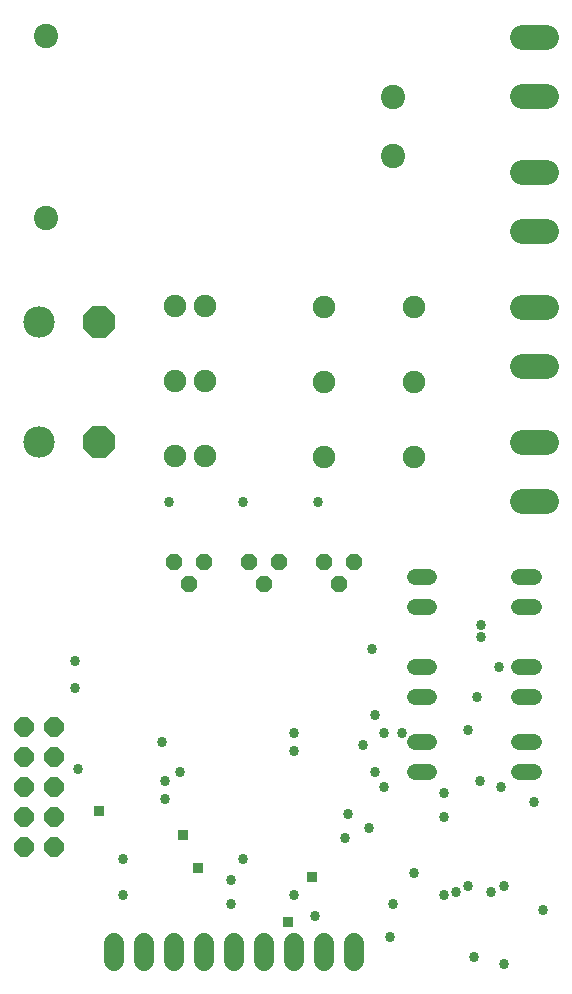
<source format=gbs>
G75*
%MOIN*%
%OFA0B0*%
%FSLAX25Y25*%
%IPPOS*%
%LPD*%
%AMOC8*
5,1,8,0,0,1.08239X$1,22.5*
%
%ADD10C,0.10500*%
%ADD11OC8,0.10500*%
%ADD12C,0.08300*%
%ADD13C,0.06500*%
%ADD14OC8,0.06500*%
%ADD15C,0.05300*%
%ADD16C,0.07500*%
%ADD17OC8,0.05300*%
%ADD18C,0.08100*%
%ADD19R,0.03400X0.03400*%
%ADD20C,0.03400*%
D10*
X0018496Y0182000D03*
X0018496Y0222000D03*
D11*
X0038496Y0222000D03*
X0038496Y0182000D03*
D12*
X0179596Y0181900D02*
X0187396Y0181900D01*
X0187396Y0162100D02*
X0179596Y0162100D01*
X0179596Y0207100D02*
X0187396Y0207100D01*
X0187396Y0226900D02*
X0179596Y0226900D01*
X0179596Y0252100D02*
X0187396Y0252100D01*
X0187396Y0271900D02*
X0179596Y0271900D01*
X0179596Y0297100D02*
X0187396Y0297100D01*
X0187396Y0316900D02*
X0179596Y0316900D01*
D13*
X0123496Y0015000D02*
X0123496Y0009000D01*
X0113496Y0009000D02*
X0113496Y0015000D01*
X0103496Y0015000D02*
X0103496Y0009000D01*
X0093496Y0009000D02*
X0093496Y0015000D01*
X0083496Y0015000D02*
X0083496Y0009000D01*
X0073496Y0009000D02*
X0073496Y0015000D01*
X0063496Y0015000D02*
X0063496Y0009000D01*
X0053496Y0009000D02*
X0053496Y0015000D01*
X0043496Y0015000D02*
X0043496Y0009000D01*
D14*
X0013496Y0047000D03*
X0013496Y0057000D03*
X0013496Y0067000D03*
X0013496Y0077000D03*
X0013496Y0087000D03*
X0023496Y0087000D03*
X0023496Y0077000D03*
X0023496Y0067000D03*
X0023496Y0057000D03*
X0023496Y0047000D03*
D15*
X0143696Y0072000D02*
X0148496Y0072000D01*
X0148496Y0082000D02*
X0143696Y0082000D01*
X0143696Y0097000D02*
X0148496Y0097000D01*
X0148496Y0107000D02*
X0143696Y0107000D01*
X0143696Y0127000D02*
X0148496Y0127000D01*
X0148496Y0137000D02*
X0143696Y0137000D01*
X0178496Y0137000D02*
X0183296Y0137000D01*
X0183296Y0127000D02*
X0178496Y0127000D01*
X0178496Y0107000D02*
X0183296Y0107000D01*
X0183296Y0097000D02*
X0178496Y0097000D01*
X0178496Y0082000D02*
X0183296Y0082000D01*
X0183296Y0072000D02*
X0178496Y0072000D01*
D16*
X0143496Y0177000D03*
X0143496Y0202000D03*
X0143496Y0227000D03*
X0113496Y0227000D03*
X0113496Y0202000D03*
X0113496Y0177000D03*
X0073651Y0177099D03*
X0063651Y0177099D03*
X0063651Y0202099D03*
X0073651Y0202099D03*
X0073651Y0227099D03*
X0063651Y0227099D03*
D17*
X0063496Y0142000D03*
X0068496Y0134500D03*
X0073496Y0142000D03*
X0088496Y0142000D03*
X0093496Y0134500D03*
X0098496Y0142000D03*
X0113496Y0142000D03*
X0118496Y0134500D03*
X0123496Y0142000D03*
D18*
X0136370Y0277157D03*
X0136370Y0296843D03*
X0020622Y0317315D03*
X0020622Y0256685D03*
D19*
X0038496Y0059000D03*
X0066496Y0051000D03*
X0071496Y0040000D03*
X0101496Y0022000D03*
X0109496Y0037000D03*
D20*
X0103496Y0031000D03*
X0110496Y0024000D03*
X0120496Y0050000D03*
X0121496Y0058000D03*
X0128496Y0053260D03*
X0133496Y0067000D03*
X0130496Y0072000D03*
X0126496Y0081000D03*
X0133296Y0085000D03*
X0130496Y0091000D03*
X0139496Y0085000D03*
X0153496Y0065000D03*
X0153496Y0057000D03*
X0165496Y0069000D03*
X0172496Y0067000D03*
X0183496Y0062000D03*
X0173496Y0034000D03*
X0169089Y0031800D03*
X0161496Y0034000D03*
X0157496Y0031800D03*
X0153496Y0031000D03*
X0143496Y0038260D03*
X0136496Y0028000D03*
X0135496Y0017000D03*
X0163496Y0010307D03*
X0173496Y0008000D03*
X0186496Y0026000D03*
X0161496Y0086000D03*
X0164496Y0097000D03*
X0171889Y0107000D03*
X0165696Y0117000D03*
X0165696Y0121000D03*
X0129496Y0113000D03*
X0103496Y0085000D03*
X0103496Y0079000D03*
X0086496Y0043000D03*
X0082496Y0036000D03*
X0082496Y0028000D03*
X0060496Y0063000D03*
X0060496Y0069000D03*
X0065496Y0071800D03*
X0059496Y0082000D03*
X0046496Y0043000D03*
X0046496Y0031000D03*
X0031496Y0073000D03*
X0030496Y0100000D03*
X0030496Y0109000D03*
X0061803Y0162000D03*
X0086496Y0162000D03*
X0111496Y0162000D03*
M02*

</source>
